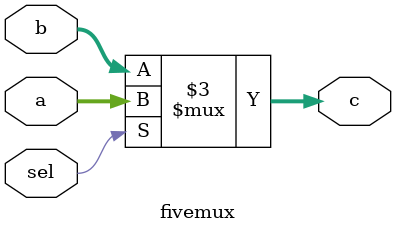
<source format=v>

module fivemux(
	input [4:0] a, 
	input [4:0] b, 
	input sel, 
	output reg [4:0] c);
	
always@(*) begin
	if(sel) 
		begin
		c = a;
		end
	else 
		begin
		c = b;
		end
end

endmodule
</source>
